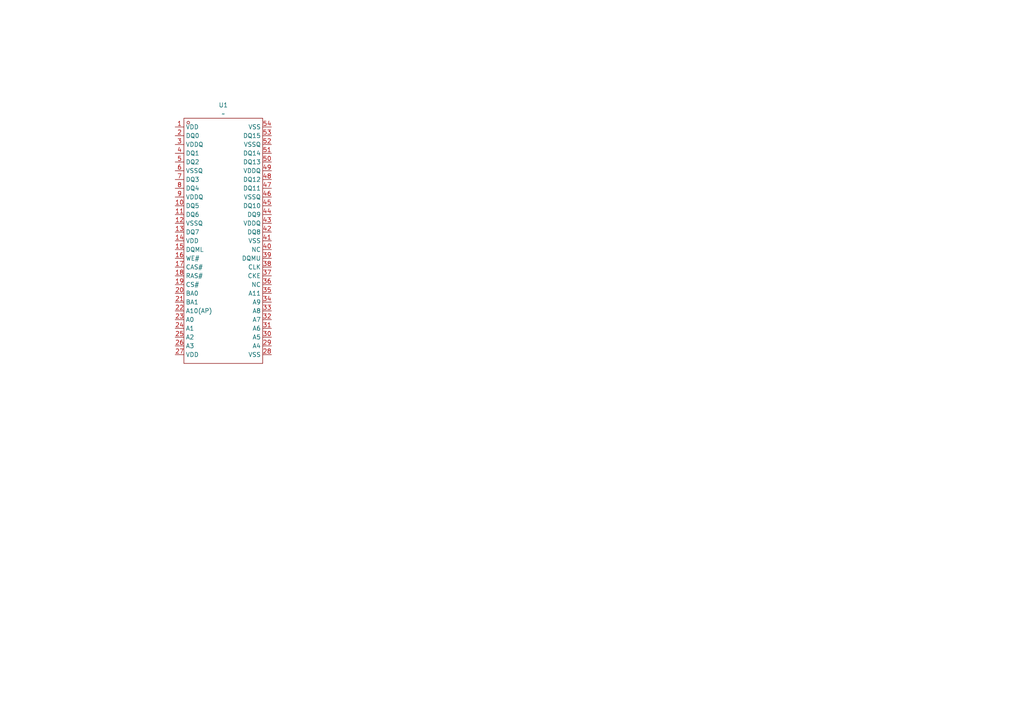
<source format=kicad_sch>
(kicad_sch (version 20231120) (generator "eeschema") (generator_version "8.0")
  (paper "A4")
  (lib_symbols
    (symbol "EM639165TS:EM639165TS-6G_C10010"
      (property "Reference" "U?" (at 0 0 0))
      (symbol "EM639165TS-6G_C10010_1_0"
        (rectangle (start -11.43 -35.56) (end 11.43 35.56))
        (circle (center -10.16 34.29) (radius 0.381))
        (pin input line (at -13.97 33.02 0) (length 2.54) (name "VDD") (number "1"))
        (pin input line (at -13.97 10.16 0) (length 2.54) (name "DQ5") (number "10"))
        (pin input line (at -13.97 7.62 0) (length 2.54) (name "DQ6") (number "11"))
        (pin input line (at -13.97 5.08 0) (length 2.54) (name "VSSQ") (number "12"))
        (pin input line (at -13.97 2.54 0) (length 2.54) (name "DQ7") (number "13"))
        (pin input line (at -13.97 0 0) (length 2.54) (name "VDD") (number "14"))
        (pin input line (at -13.97 -2.54 0) (length 2.54) (name "DQML") (number "15"))
        (pin input line (at -13.97 -5.08 0) (length 2.54) (name "WE#") (number "16"))
        (pin input line (at -13.97 -7.62 0) (length 2.54) (name "CAS#") (number "17"))
        (pin input line (at -13.97 -10.16 0) (length 2.54) (name "RAS#") (number "18"))
        (pin input line (at -13.97 -12.7 0) (length 2.54) (name "CS#") (number "19"))
        (pin input line (at -13.97 30.48 0) (length 2.54) (name "DQ0") (number "2"))
        (pin input line (at -13.97 -15.24 0) (length 2.54) (name "BA0") (number "20"))
        (pin input line (at -13.97 -17.78 0) (length 2.54) (name "BA1") (number "21"))
        (pin input line (at -13.97 -20.32 0) (length 2.54) (name "A10(AP)") (number "22"))
        (pin input line (at -13.97 -22.86 0) (length 2.54) (name "A0") (number "23"))
        (pin input line (at -13.97 -25.4 0) (length 2.54) (name "A1") (number "24"))
        (pin input line (at -13.97 -27.94 0) (length 2.54) (name "A2") (number "25"))
        (pin input line (at -13.97 -30.48 0) (length 2.54) (name "A3") (number "26"))
        (pin input line (at -13.97 -33.02 0) (length 2.54) (name "VDD") (number "27"))
        (pin input line (at 13.97 -33.02 180) (length 2.54) (name "VSS") (number "28"))
        (pin input line (at 13.97 -30.48 180) (length 2.54) (name "A4") (number "29"))
        (pin input line (at -13.97 27.94 0) (length 2.54) (name "VDDQ") (number "3"))
        (pin input line (at 13.97 -27.94 180) (length 2.54) (name "A5") (number "30"))
        (pin input line (at 13.97 -25.4 180) (length 2.54) (name "A6") (number "31"))
        (pin input line (at 13.97 -22.86 180) (length 2.54) (name "A7") (number "32"))
        (pin input line (at 13.97 -20.32 180) (length 2.54) (name "A8") (number "33"))
        (pin input line (at 13.97 -17.78 180) (length 2.54) (name "A9") (number "34"))
        (pin input line (at 13.97 -15.24 180) (length 2.54) (name "A11") (number "35"))
        (pin input line (at 13.97 -12.7 180) (length 2.54) (name "NC") (number "36"))
        (pin input line (at 13.97 -10.16 180) (length 2.54) (name "CKE") (number "37"))
        (pin input line (at 13.97 -7.62 180) (length 2.54) (name "CLK") (number "38"))
        (pin input line (at 13.97 -5.08 180) (length 2.54) (name "DQMU") (number "39"))
        (pin input line (at -13.97 25.4 0) (length 2.54) (name "DQ1") (number "4"))
        (pin input line (at 13.97 -2.54 180) (length 2.54) (name "NC") (number "40"))
        (pin input line (at 13.97 0 180) (length 2.54) (name "VSS") (number "41"))
        (pin input line (at 13.97 2.54 180) (length 2.54) (name "DQ8") (number "42"))
        (pin input line (at 13.97 5.08 180) (length 2.54) (name "VDDQ") (number "43"))
        (pin input line (at 13.97 7.62 180) (length 2.54) (name "DQ9") (number "44"))
        (pin input line (at 13.97 10.16 180) (length 2.54) (name "DQ10") (number "45"))
        (pin input line (at 13.97 12.7 180) (length 2.54) (name "VSSQ") (number "46"))
        (pin input line (at 13.97 15.24 180) (length 2.54) (name "DQ11") (number "47"))
        (pin input line (at 13.97 17.78 180) (length 2.54) (name "DQ12") (number "48"))
        (pin input line (at 13.97 20.32 180) (length 2.54) (name "VDDQ") (number "49"))
        (pin input line (at -13.97 22.86 0) (length 2.54) (name "DQ2") (number "5"))
        (pin input line (at 13.97 22.86 180) (length 2.54) (name "DQ13") (number "50"))
        (pin input line (at 13.97 25.4 180) (length 2.54) (name "DQ14") (number "51"))
        (pin input line (at 13.97 27.94 180) (length 2.54) (name "VSSQ") (number "52"))
        (pin input line (at 13.97 30.48 180) (length 2.54) (name "DQ15") (number "53"))
        (pin input line (at 13.97 33.02 180) (length 2.54) (name "VSS") (number "54"))
        (pin input line (at -13.97 20.32 0) (length 2.54) (name "VSSQ") (number "6"))
        (pin input line (at -13.97 17.78 0) (length 2.54) (name "DQ3") (number "7"))
        (pin input line (at -13.97 15.24 0) (length 2.54) (name "DQ4") (number "8"))
        (pin input line (at -13.97 12.7 0) (length 2.54) (name "VDDQ") (number "9"))
      )
    )
  )
  (symbol (lib_id "EM639165TS:EM639165TS-6G_C10010") (at 64.77 69.85 0) (unit 1)
    (property "Reference" "U1" (at 64.77 30.48 0))
    (property "Value" "~" (at 64.77 33.02 0))
    (property "Footprint" "Package_SO:TSOP-II-54_22.2x10.16mm_P0.8mm" (effects (hide yes)))
  )
)
</source>
